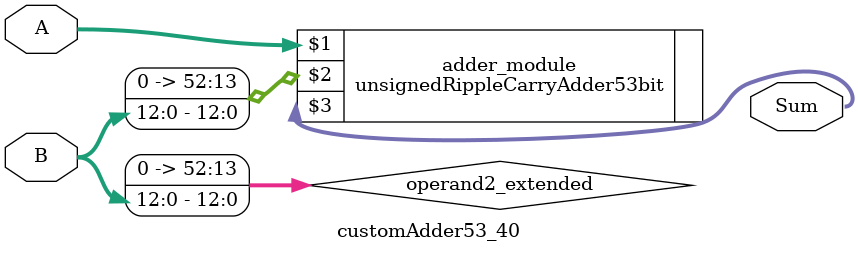
<source format=v>
module customAdder53_40(
                        input [52 : 0] A,
                        input [12 : 0] B,
                        
                        output [53 : 0] Sum
                );

        wire [52 : 0] operand2_extended;
        
        assign operand2_extended =  {40'b0, B};
        
        unsignedRippleCarryAdder53bit adder_module(
            A,
            operand2_extended,
            Sum
        );
        
        endmodule
        
</source>
